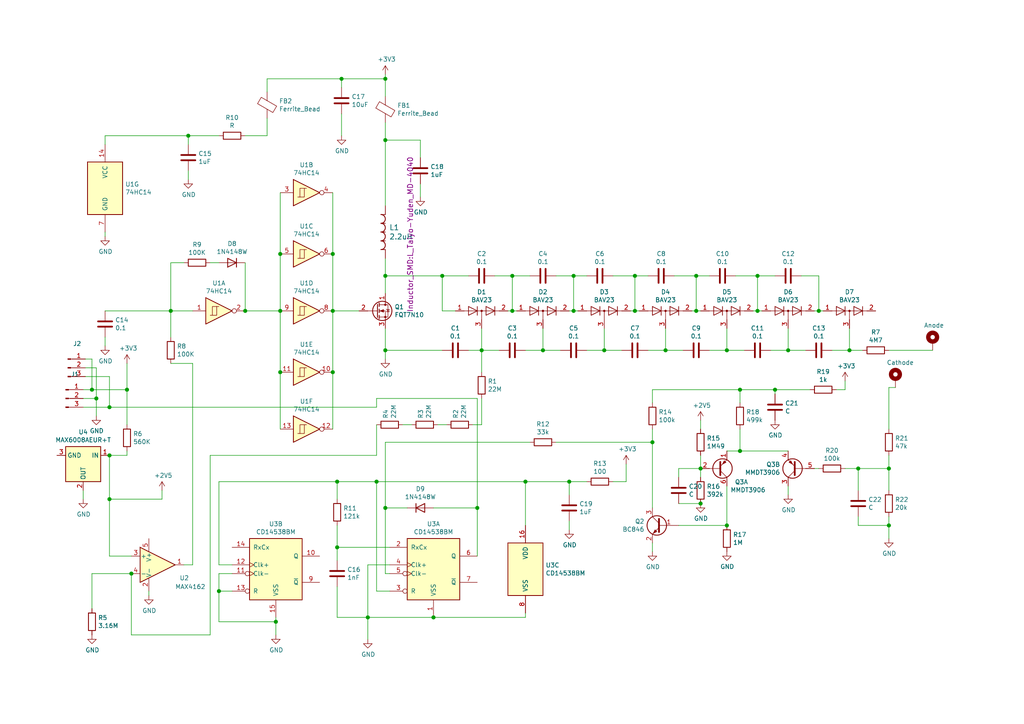
<source format=kicad_sch>
(kicad_sch (version 20201015) (generator eeschema)
  (paper "A4")
  (title_block (title "OpenRover") (date "2021-01-10") (rev "1") (company "SafeCast"))
  (lib_symbols
    (symbol "2021-01-06_02-33-04:NRS6020T2R2NMGJ" (pin_numbers hide) (pin_names (offset 1.651) hide)
      (property "Reference" "L" (at 6.985 5.08 0))
      (property "Value" "NRS6020T2R2NMGJ" (at 6.985 -5.715 0))
      (symbol "NRS6020T2R2NMGJ_1_1"
        (pin unspecified line (at 0 0 0) (length 2.54) (name "2") (number "2"))
        (pin unspecified line (at 15.24 0 180) (length 2.54) (name "1") (number "1"))
      )
    )
    (symbol "4xxx:4538" (pin_names (offset 1.016))
      (property "Reference" "U" (at -7.62 8.89 0))
      (property "Value" "4538" (at -7.62 -11.43 0))
      (symbol "4538_1_0"
        (pin power_in line (at 0 -15.24 90) (length 5.08) (name "VSS") (number "1"))
        (pin input line (at -12.7 5.08 0) (length 5.08) (name "RxCx") (number "2"))
        (pin input inverted (at -12.7 -7.62 0) (length 5.08) (name "R") (number "3"))
        (pin input clock (at -12.7 0 0) (length 5.08) (name "Clk+") (number "4"))
        (pin input inverted_clock (at -12.7 -2.54 0) (length 5.08) (name "Clk-") (number "5"))
        (pin output line (at 12.7 2.54 180) (length 5.08) (name "Q") (number "6"))
        (pin output line (at 12.7 -5.08 180) (length 5.08) (name "~Q") (number "7"))
      )
      (symbol "4538_2_0"
        (pin output line (at 12.7 2.54 180) (length 5.08) (name "Q") (number "10"))
        (pin input inverted_clock (at -12.7 -2.54 0) (length 5.08) (name "Clk-") (number "11"))
        (pin input clock (at -12.7 0 0) (length 5.08) (name "Clk+") (number "12"))
        (pin input inverted (at -12.7 -7.62 0) (length 5.08) (name "R") (number "13"))
        (pin input line (at -12.7 5.08 0) (length 5.08) (name "RxCx") (number "14"))
        (pin power_in line (at 0 -15.24 90) (length 5.08) (name "VSS") (number "15"))
        (pin output line (at 12.7 -5.08 180) (length 5.08) (name "~Q") (number "9"))
      )
      (symbol "4538_3_0"
        (pin power_in line (at 0 12.7 270) (length 5.08) (name "VDD") (number "16"))
        (pin power_in line (at 0 -12.7 90) (length 5.08) (name "VSS") (number "8"))
      )
    )
    (symbol "74xx:74HC14" (pin_names (offset 1.016))
      (property "Reference" "U" (at 0 1.27 0))
      (property "Value" "74HC14" (at 0 -1.27 0))
      (symbol "74HC14_1_0"
        (pin input line (at -7.62 0 0) (length 3.81) (name "~") (number "1"))
        (pin output inverted (at 7.62 0 180) (length 3.81) (name "~") (number "2"))
      )
      (symbol "74HC14_2_0"
        (pin input line (at -7.62 0 0) (length 3.81) (name "~") (number "3"))
        (pin output inverted (at 7.62 0 180) (length 3.81) (name "~") (number "4"))
      )
      (symbol "74HC14_3_0"
        (pin input line (at -7.62 0 0) (length 3.81) (name "~") (number "5"))
        (pin output inverted (at 7.62 0 180) (length 3.81) (name "~") (number "6"))
      )
      (symbol "74HC14_4_0"
        (pin output inverted (at 7.62 0 180) (length 3.81) (name "~") (number "8"))
        (pin input line (at -7.62 0 0) (length 3.81) (name "~") (number "9"))
      )
      (symbol "74HC14_5_0"
        (pin output inverted (at 7.62 0 180) (length 3.81) (name "~") (number "10"))
        (pin input line (at -7.62 0 0) (length 3.81) (name "~") (number "11"))
      )
      (symbol "74HC14_6_0"
        (pin output inverted (at 7.62 0 180) (length 3.81) (name "~") (number "12"))
        (pin input line (at -7.62 0 0) (length 3.81) (name "~") (number "13"))
      )
      (symbol "74HC14_7_0"
        (pin power_in line (at 0 12.7 270) (length 5.08) (name "VCC") (number "14"))
        (pin power_in line (at 0 -12.7 90) (length 5.08) (name "GND") (number "7"))
      )
    )
    (symbol "Amplifier_Operational:TLV2371DBV" (pin_names (offset 0.127))
      (property "Reference" "U" (at -1.27 6.35 0))
      (property "Value" "TLV2371DBV" (at -1.27 3.81 0))
      (symbol "TLV2371DBV_0_1"
        (pin power_in line (at -2.54 -7.62 90) (length 3.81) (name "V-") (number "2"))
        (pin power_in line (at -2.54 7.62 270) (length 3.81) (name "V+") (number "5"))
      )
      (symbol "TLV2371DBV_1_1"
        (pin output line (at 7.62 0 180) (length 2.54) (name "~") (number "1"))
        (pin input line (at -7.62 2.54 0) (length 2.54) (name "+") (number "3"))
        (pin input line (at -7.62 -2.54 0) (length 2.54) (name "-") (number "4"))
      )
    )
    (symbol "Connector:Conn_01x03_Male" (pin_names (offset 1.016) hide)
      (property "Reference" "J" (at 0 5.08 0))
      (property "Value" "Conn_01x03_Male" (at 0 -5.08 0))
      (symbol "Conn_01x03_Male_1_1"
        (pin passive line (at 5.08 2.54 180) (length 3.81) (name "Pin_1") (number "1"))
        (pin passive line (at 5.08 0 180) (length 3.81) (name "Pin_2") (number "2"))
        (pin passive line (at 5.08 -2.54 180) (length 3.81) (name "Pin_3") (number "3"))
      )
    )
    (symbol "Device:C" (pin_numbers hide) (pin_names (offset 0.254))
      (property "Reference" "C" (at 0.635 2.54 0))
      (property "Value" "C" (at 0.635 -2.54 0))
      (symbol "C_1_1"
        (pin passive line (at 0 3.81 270) (length 2.794) (name "~") (number "1"))
        (pin passive line (at 0 -3.81 90) (length 2.794) (name "~") (number "2"))
      )
    )
    (symbol "Device:Ferrite_Bead" (pin_numbers hide) (pin_names (offset 0))
      (property "Reference" "FB" (at -3.81 0.635 90))
      (property "Value" "Ferrite_Bead" (at 3.81 0 90))
      (symbol "Ferrite_Bead_1_1"
        (pin passive line (at 0 3.81 270) (length 2.54) (name "~") (number "1"))
        (pin passive line (at 0 -3.81 90) (length 2.54) (name "~") (number "2"))
      )
    )
    (symbol "Device:R" (pin_numbers hide) (pin_names (offset 0))
      (property "Reference" "R" (at 2.032 0 90))
      (property "Value" "R" (at 0 0 90))
      (symbol "R_1_1"
        (pin passive line (at 0 3.81 270) (length 1.27) (name "~") (number "1"))
        (pin passive line (at 0 -3.81 90) (length 1.27) (name "~") (number "2"))
      )
    )
    (symbol "Diode:1N4148W" (pin_numbers hide) (pin_names (offset 1.016) hide)
      (property "Reference" "D" (at 0 2.54 0))
      (property "Value" "1N4148W" (at 0 -2.54 0))
      (symbol "1N4148W_1_1"
        (pin passive line (at -3.81 0 0) (length 2.54) (name "K") (number "1"))
        (pin passive line (at 3.81 0 180) (length 2.54) (name "A") (number "2"))
      )
    )
    (symbol "Diode:BAV99" (pin_names hide)
      (property "Reference" "D" (at 0 5.08 0))
      (property "Value" "BAV99" (at 0 2.54 0))
      (symbol "BAV99_1_1"
        (pin passive line (at -7.62 0 0) (length 2.54) (name "K") (number "1"))
        (pin passive line (at 7.62 0 180) (length 2.54) (name "A") (number "2"))
        (pin passive line (at 0 -5.08 90) (length 2.54) (name "K") (number "3"))
      )
    )
    (symbol "Mechanical:MountingHole_Pad" (pin_numbers hide) (pin_names (offset 1.016) hide)
      (property "Reference" "H" (at 0 6.35 0))
      (property "Value" "MountingHole_Pad" (at 0 4.445 0))
      (symbol "MountingHole_Pad_1_1"
        (pin input line (at 0 -2.54 90) (length 2.54) (name "1") (number "1"))
      )
    )
    (symbol "Reference_Voltage:MAX6035xxUR30"
      (property "Reference" "U" (at 0 6.35 0))
      (property "Value" "MAX6035xxUR30" (at 2.54 -6.35 0))
      (symbol "MAX6035xxUR30_1_1"
        (pin power_in line (at -2.54 7.62 270) (length 2.54) (name "IN") (number "1"))
        (pin power_out line (at 7.62 0 180) (length 2.54) (name "OUT") (number "2"))
        (pin power_in line (at -2.54 -7.62 90) (length 2.54) (name "GND") (number "3"))
      )
    )
    (symbol "Transistor_BJT:BC846" (pin_names (offset 0) hide)
      (property "Reference" "Q" (at 5.08 1.905 0))
      (property "Value" "BC846" (at 5.08 0 0))
      (symbol "BC846_1_1"
        (pin input line (at -5.08 0 0) (length 5.715) (name "B") (number "1"))
        (pin passive line (at 2.54 -5.08 90) (length 2.54) (name "E") (number "2"))
        (pin passive line (at 2.54 5.08 270) (length 2.54) (name "C") (number "3"))
      )
    )
    (symbol "Transistor_BJT:MMDT3906" (pin_names (offset 0) hide)
      (property "Reference" "Q" (at 5.08 1.27 0))
      (property "Value" "MMDT3906" (at 5.08 -1.27 0))
      (symbol "MMDT3906_1_1"
        (pin passive line (at 2.54 -5.08 90) (length 2.54) (name "E1") (number "1"))
        (pin input line (at -5.08 0 0) (length 2.54) (name "B1") (number "2"))
        (pin passive line (at 2.54 5.08 270) (length 2.54) (name "C1") (number "6"))
      )
      (symbol "MMDT3906_2_1"
        (pin passive line (at 2.54 5.08 270) (length 2.54) (name "C2") (number "3"))
        (pin passive line (at 2.54 -5.08 90) (length 2.54) (name "E2") (number "4"))
        (pin input line (at -5.08 0 0) (length 2.54) (name "B2") (number "5"))
      )
    )
    (symbol "Transistor_FET:IRF6655" (pin_names hide)
      (property "Reference" "Q" (at 5.08 1.905 0))
      (property "Value" "IRF6655" (at 5.08 0 0))
      (symbol "IRF6655_1_1"
        (pin passive line (at 2.54 5.08 270) (length 2.54) (name "D") (number "1"))
        (pin input line (at -5.08 0 0) (length 2.54) (name "G") (number "2"))
        (pin passive line (at 2.54 -5.08 90) (length 2.54) (name "S") (number "3"))
      )
    )
    (symbol "power:+2V5" (power) (pin_names (offset 0))
      (property "Value" "+2V5" (at 0 3.556 0))
      (symbol "+2V5_1_1"
        (pin power_in line (at 0 0 90) (length 0) hide (name "+2V5") (number "1"))
      )
    )
    (symbol "power:+3.3V" (power) (pin_names (offset 0))
      (property "Value" "+3.3V" (at 0 3.556 0))
      (symbol "+3.3V_1_1"
        (pin power_in line (at 0 0 90) (length 0) hide (name "+3V3") (number "1"))
      )
    )
    (symbol "power:+3V3" (power) (pin_names (offset 0))
      (property "Value" "+3V3" (at 0 3.556 0))
      (symbol "+3V3_1_1"
        (pin power_in line (at 0 0 90) (length 0) hide (name "+3V3") (number "1"))
      )
    )
    (symbol "power:GND" (power) (pin_names (offset 0))
      (property "Value" "GND" (at 0 -3.81 0))
      (symbol "GND_1_1"
        (pin power_in line (at 0 0 270) (length 0) hide (name "GND") (number "1"))
      )
    )
  )
  (junction (at 26.67 113.03) (diameter 1.016))
  (junction (at 27.94 115.57) (diameter 1.016))
  (junction (at 31.75 118.11) (diameter 1.016))
  (junction (at 31.75 132.08) (diameter 1.016))
  (junction (at 31.75 144.78) (diameter 1.016))
  (junction (at 36.83 113.03) (diameter 1.016))
  (junction (at 38.1 166.37) (diameter 1.016))
  (junction (at 49.53 90.17) (diameter 1.016))
  (junction (at 54.61 39.37) (diameter 1.016))
  (junction (at 63.5 171.45) (diameter 1.016))
  (junction (at 71.12 90.17) (diameter 1.016))
  (junction (at 80.01 180.34) (diameter 1.016))
  (junction (at 81.28 73.66) (diameter 1.016))
  (junction (at 81.28 90.17) (diameter 1.016))
  (junction (at 81.28 107.95) (diameter 1.016))
  (junction (at 96.52 73.66) (diameter 1.016))
  (junction (at 96.52 90.17) (diameter 1.016))
  (junction (at 96.52 107.95) (diameter 1.016))
  (junction (at 97.79 139.7) (diameter 1.016))
  (junction (at 97.79 158.75) (diameter 1.016))
  (junction (at 99.06 22.86) (diameter 1.016))
  (junction (at 106.68 179.07) (diameter 1.016))
  (junction (at 109.22 139.7) (diameter 1.016))
  (junction (at 111.76 22.86) (diameter 1.016))
  (junction (at 111.76 40.64) (diameter 1.016))
  (junction (at 111.76 80.01) (diameter 1.016))
  (junction (at 111.76 101.6) (diameter 1.016))
  (junction (at 111.76 147.32) (diameter 1.016))
  (junction (at 125.73 179.07) (diameter 1.016))
  (junction (at 128.27 80.01) (diameter 1.016))
  (junction (at 138.43 147.32) (diameter 1.016))
  (junction (at 139.7 101.6) (diameter 1.016))
  (junction (at 148.59 80.01) (diameter 1.016))
  (junction (at 148.59 90.17) (diameter 1.016))
  (junction (at 152.4 139.7) (diameter 1.016))
  (junction (at 157.48 101.6) (diameter 1.016))
  (junction (at 165.1 139.7) (diameter 1.016))
  (junction (at 166.37 80.01) (diameter 1.016))
  (junction (at 166.37 90.17) (diameter 1.016))
  (junction (at 175.26 101.6) (diameter 1.016))
  (junction (at 184.15 80.01) (diameter 1.016))
  (junction (at 184.15 90.17) (diameter 1.016))
  (junction (at 189.23 128.27) (diameter 1.016))
  (junction (at 193.04 101.6) (diameter 1.016))
  (junction (at 201.93 80.01) (diameter 1.016))
  (junction (at 201.93 90.17) (diameter 1.016))
  (junction (at 203.2 135.89) (diameter 1.016))
  (junction (at 203.2 146.05) (diameter 1.016))
  (junction (at 210.82 101.6) (diameter 1.016))
  (junction (at 210.82 152.4) (diameter 1.016))
  (junction (at 214.63 113.03) (diameter 1.016))
  (junction (at 214.63 130.81) (diameter 1.016))
  (junction (at 219.71 80.01) (diameter 1.016))
  (junction (at 219.71 90.17) (diameter 1.016))
  (junction (at 224.79 113.03) (diameter 1.016))
  (junction (at 228.6 101.6) (diameter 1.016))
  (junction (at 237.49 90.17) (diameter 1.016))
  (junction (at 246.38 101.6) (diameter 1.016))
  (junction (at 248.92 135.89) (diameter 1.016))
  (junction (at 257.81 135.89) (diameter 1.016))
  (junction (at 257.81 152.4) (diameter 1.016))
  (wire (pts (xy 24.13 113.03) (xy 26.67 113.03)))
  (wire (pts (xy 24.13 115.57) (xy 27.94 115.57)))
  (wire (pts (xy 24.13 118.11) (xy 31.75 118.11)))
  (wire (pts (xy 24.13 144.78) (xy 24.13 142.24)))
  (wire (pts (xy 24.765 104.14) (xy 26.67 104.14)))
  (wire (pts (xy 24.765 109.22) (xy 31.75 109.22)))
  (wire (pts (xy 26.67 104.14) (xy 26.67 113.03)))
  (wire (pts (xy 26.67 113.03) (xy 36.83 113.03)))
  (wire (pts (xy 26.67 166.37) (xy 26.67 176.53)))
  (wire (pts (xy 27.94 106.68) (xy 24.765 106.68)))
  (wire (pts (xy 27.94 115.57) (xy 27.94 106.68)))
  (wire (pts (xy 27.94 115.57) (xy 27.94 120.65)))
  (wire (pts (xy 30.48 39.37) (xy 30.48 41.91)))
  (wire (pts (xy 30.48 67.31) (xy 30.48 68.58)))
  (wire (pts (xy 30.48 90.17) (xy 49.53 90.17)))
  (wire (pts (xy 30.48 97.79) (xy 30.48 100.33)))
  (wire (pts (xy 31.75 109.22) (xy 31.75 118.11)))
  (wire (pts (xy 31.75 118.11) (xy 109.22 118.11)))
  (wire (pts (xy 31.75 132.08) (xy 31.75 144.78)))
  (wire (pts (xy 31.75 144.78) (xy 31.75 161.29)))
  (wire (pts (xy 36.83 105.41) (xy 36.83 113.03)))
  (wire (pts (xy 36.83 113.03) (xy 36.83 123.19)))
  (wire (pts (xy 36.83 130.81) (xy 36.83 132.08)))
  (wire (pts (xy 36.83 132.08) (xy 31.75 132.08)))
  (wire (pts (xy 38.1 161.29) (xy 31.75 161.29)))
  (wire (pts (xy 38.1 166.37) (xy 26.67 166.37)))
  (wire (pts (xy 38.1 184.15) (xy 38.1 166.37)))
  (wire (pts (xy 43.18 172.72) (xy 43.18 171.45)))
  (wire (pts (xy 46.99 142.24) (xy 46.99 144.78)))
  (wire (pts (xy 46.99 144.78) (xy 31.75 144.78)))
  (wire (pts (xy 49.53 76.2) (xy 49.53 90.17)))
  (wire (pts (xy 49.53 76.2) (xy 53.34 76.2)))
  (wire (pts (xy 49.53 90.17) (xy 49.53 97.79)))
  (wire (pts (xy 49.53 90.17) (xy 55.88 90.17)))
  (wire (pts (xy 53.34 163.83) (xy 55.88 163.83)))
  (wire (pts (xy 54.61 39.37) (xy 30.48 39.37)))
  (wire (pts (xy 54.61 41.91) (xy 54.61 39.37)))
  (wire (pts (xy 54.61 52.07) (xy 54.61 49.53)))
  (wire (pts (xy 55.88 105.41) (xy 49.53 105.41)))
  (wire (pts (xy 55.88 163.83) (xy 55.88 105.41)))
  (wire (pts (xy 60.96 76.2) (xy 63.5 76.2)))
  (wire (pts (xy 60.96 132.08) (xy 60.96 184.15)))
  (wire (pts (xy 60.96 132.08) (xy 109.22 132.08)))
  (wire (pts (xy 60.96 184.15) (xy 38.1 184.15)))
  (wire (pts (xy 63.5 39.37) (xy 54.61 39.37)))
  (wire (pts (xy 63.5 139.7) (xy 63.5 163.83)))
  (wire (pts (xy 63.5 163.83) (xy 67.31 163.83)))
  (wire (pts (xy 63.5 166.37) (xy 63.5 171.45)))
  (wire (pts (xy 63.5 171.45) (xy 63.5 180.34)))
  (wire (pts (xy 63.5 180.34) (xy 80.01 180.34)))
  (wire (pts (xy 67.31 166.37) (xy 63.5 166.37)))
  (wire (pts (xy 67.31 171.45) (xy 63.5 171.45)))
  (wire (pts (xy 71.12 39.37) (xy 77.47 39.37)))
  (wire (pts (xy 71.12 76.2) (xy 71.12 90.17)))
  (wire (pts (xy 71.12 90.17) (xy 81.28 90.17)))
  (wire (pts (xy 77.47 22.86) (xy 99.06 22.86)))
  (wire (pts (xy 77.47 26.67) (xy 77.47 22.86)))
  (wire (pts (xy 77.47 39.37) (xy 77.47 34.29)))
  (wire (pts (xy 80.01 180.34) (xy 80.01 179.07)))
  (wire (pts (xy 80.01 184.15) (xy 80.01 180.34)))
  (wire (pts (xy 81.28 55.88) (xy 81.28 73.66)))
  (wire (pts (xy 81.28 73.66) (xy 81.28 90.17)))
  (wire (pts (xy 81.28 90.17) (xy 81.28 107.95)))
  (wire (pts (xy 81.28 107.95) (xy 81.28 124.46)))
  (wire (pts (xy 96.52 55.88) (xy 96.52 73.66)))
  (wire (pts (xy 96.52 73.66) (xy 96.52 90.17)))
  (wire (pts (xy 96.52 90.17) (xy 96.52 107.95)))
  (wire (pts (xy 96.52 90.17) (xy 104.14 90.17)))
  (wire (pts (xy 96.52 107.95) (xy 96.52 124.46)))
  (wire (pts (xy 97.79 139.7) (xy 63.5 139.7)))
  (wire (pts (xy 97.79 144.78) (xy 97.79 139.7)))
  (wire (pts (xy 97.79 152.4) (xy 97.79 158.75)))
  (wire (pts (xy 97.79 158.75) (xy 97.79 162.56)))
  (wire (pts (xy 97.79 170.18) (xy 97.79 179.07)))
  (wire (pts (xy 97.79 179.07) (xy 106.68 179.07)))
  (wire (pts (xy 99.06 22.86) (xy 111.76 22.86)))
  (wire (pts (xy 99.06 25.4) (xy 99.06 22.86)))
  (wire (pts (xy 99.06 33.02) (xy 99.06 39.37)))
  (wire (pts (xy 106.68 163.83) (xy 106.68 179.07)))
  (wire (pts (xy 106.68 179.07) (xy 106.68 185.42)))
  (wire (pts (xy 106.68 179.07) (xy 125.73 179.07)))
  (wire (pts (xy 109.22 115.57) (xy 138.43 115.57)))
  (wire (pts (xy 109.22 118.11) (xy 109.22 115.57)))
  (wire (pts (xy 109.22 132.08) (xy 109.22 123.19)))
  (wire (pts (xy 109.22 139.7) (xy 97.79 139.7)))
  (wire (pts (xy 109.22 139.7) (xy 152.4 139.7)))
  (wire (pts (xy 109.22 171.45) (xy 109.22 139.7)))
  (wire (pts (xy 111.76 22.86) (xy 111.76 21.59)))
  (wire (pts (xy 111.76 27.94) (xy 111.76 22.86)))
  (wire (pts (xy 111.76 35.56) (xy 111.76 40.64)))
  (wire (pts (xy 111.76 40.64) (xy 111.76 59.69)))
  (wire (pts (xy 111.76 74.93) (xy 111.76 80.01)))
  (wire (pts (xy 111.76 80.01) (xy 128.27 80.01)))
  (wire (pts (xy 111.76 85.09) (xy 111.76 80.01)))
  (wire (pts (xy 111.76 95.25) (xy 111.76 101.6)))
  (wire (pts (xy 111.76 101.6) (xy 128.27 101.6)))
  (wire (pts (xy 111.76 104.14) (xy 111.76 101.6)))
  (wire (pts (xy 111.76 128.27) (xy 153.67 128.27)))
  (wire (pts (xy 111.76 147.32) (xy 111.76 128.27)))
  (wire (pts (xy 111.76 147.32) (xy 118.11 147.32)))
  (wire (pts (xy 111.76 166.37) (xy 111.76 147.32)))
  (wire (pts (xy 113.03 158.75) (xy 97.79 158.75)))
  (wire (pts (xy 113.03 163.83) (xy 106.68 163.83)))
  (wire (pts (xy 113.03 166.37) (xy 111.76 166.37)))
  (wire (pts (xy 113.03 171.45) (xy 109.22 171.45)))
  (wire (pts (xy 116.84 123.19) (xy 119.38 123.19)))
  (wire (pts (xy 121.92 40.64) (xy 111.76 40.64)))
  (wire (pts (xy 121.92 45.72) (xy 121.92 40.64)))
  (wire (pts (xy 121.92 57.15) (xy 121.92 53.34)))
  (wire (pts (xy 125.73 147.32) (xy 138.43 147.32)))
  (wire (pts (xy 125.73 179.07) (xy 152.4 179.07)))
  (wire (pts (xy 127 123.19) (xy 129.54 123.19)))
  (wire (pts (xy 128.27 80.01) (xy 128.27 90.17)))
  (wire (pts (xy 132.08 90.17) (xy 128.27 90.17)))
  (wire (pts (xy 135.89 80.01) (xy 128.27 80.01)))
  (wire (pts (xy 135.89 101.6) (xy 139.7 101.6)))
  (wire (pts (xy 137.16 123.19) (xy 139.7 123.19)))
  (wire (pts (xy 138.43 115.57) (xy 138.43 147.32)))
  (wire (pts (xy 138.43 147.32) (xy 138.43 161.29)))
  (wire (pts (xy 139.7 95.25) (xy 139.7 101.6)))
  (wire (pts (xy 139.7 101.6) (xy 144.78 101.6)))
  (wire (pts (xy 139.7 107.95) (xy 139.7 101.6)))
  (wire (pts (xy 139.7 115.57) (xy 139.7 123.19)))
  (wire (pts (xy 147.32 90.17) (xy 148.59 90.17)))
  (wire (pts (xy 148.59 80.01) (xy 143.51 80.01)))
  (wire (pts (xy 148.59 90.17) (xy 148.59 80.01)))
  (wire (pts (xy 148.59 90.17) (xy 149.86 90.17)))
  (wire (pts (xy 152.4 101.6) (xy 157.48 101.6)))
  (wire (pts (xy 152.4 139.7) (xy 165.1 139.7)))
  (wire (pts (xy 152.4 152.4) (xy 152.4 139.7)))
  (wire (pts (xy 152.4 179.07) (xy 152.4 177.8)))
  (wire (pts (xy 153.67 80.01) (xy 148.59 80.01)))
  (wire (pts (xy 157.48 95.25) (xy 157.48 101.6)))
  (wire (pts (xy 157.48 101.6) (xy 162.56 101.6)))
  (wire (pts (xy 161.29 80.01) (xy 166.37 80.01)))
  (wire (pts (xy 161.29 128.27) (xy 189.23 128.27)))
  (wire (pts (xy 165.1 90.17) (xy 166.37 90.17)))
  (wire (pts (xy 165.1 139.7) (xy 170.18 139.7)))
  (wire (pts (xy 165.1 143.51) (xy 165.1 139.7)))
  (wire (pts (xy 165.1 151.13) (xy 165.1 153.67)))
  (wire (pts (xy 166.37 80.01) (xy 170.18 80.01)))
  (wire (pts (xy 166.37 90.17) (xy 166.37 80.01)))
  (wire (pts (xy 166.37 90.17) (xy 167.64 90.17)))
  (wire (pts (xy 170.18 101.6) (xy 175.26 101.6)))
  (wire (pts (xy 175.26 95.25) (xy 175.26 101.6)))
  (wire (pts (xy 175.26 101.6) (xy 180.34 101.6)))
  (wire (pts (xy 177.8 80.01) (xy 184.15 80.01)))
  (wire (pts (xy 177.8 139.7) (xy 181.61 139.7)))
  (wire (pts (xy 181.61 139.7) (xy 181.61 134.62)))
  (wire (pts (xy 182.88 90.17) (xy 184.15 90.17)))
  (wire (pts (xy 184.15 80.01) (xy 187.96 80.01)))
  (wire (pts (xy 184.15 90.17) (xy 184.15 80.01)))
  (wire (pts (xy 184.15 90.17) (xy 185.42 90.17)))
  (wire (pts (xy 187.96 101.6) (xy 193.04 101.6)))
  (wire (pts (xy 189.23 113.03) (xy 189.23 116.84)))
  (wire (pts (xy 189.23 113.03) (xy 214.63 113.03)))
  (wire (pts (xy 189.23 124.46) (xy 189.23 128.27)))
  (wire (pts (xy 189.23 128.27) (xy 189.23 147.32)))
  (wire (pts (xy 189.23 160.02) (xy 189.23 157.48)))
  (wire (pts (xy 193.04 95.25) (xy 193.04 101.6)))
  (wire (pts (xy 193.04 101.6) (xy 198.12 101.6)))
  (wire (pts (xy 195.58 80.01) (xy 201.93 80.01)))
  (wire (pts (xy 196.85 135.89) (xy 203.2 135.89)))
  (wire (pts (xy 196.85 138.43) (xy 196.85 135.89)))
  (wire (pts (xy 196.85 146.05) (xy 203.2 146.05)))
  (wire (pts (xy 196.85 152.4) (xy 210.82 152.4)))
  (wire (pts (xy 200.66 90.17) (xy 201.93 90.17)))
  (wire (pts (xy 201.93 80.01) (xy 205.74 80.01)))
  (wire (pts (xy 201.93 90.17) (xy 201.93 80.01)))
  (wire (pts (xy 201.93 90.17) (xy 203.2 90.17)))
  (wire (pts (xy 203.2 121.92) (xy 203.2 124.46)))
  (wire (pts (xy 203.2 132.08) (xy 203.2 135.89)))
  (wire (pts (xy 203.2 135.89) (xy 203.2 138.43)))
  (wire (pts (xy 205.74 101.6) (xy 210.82 101.6)))
  (wire (pts (xy 210.82 95.25) (xy 210.82 101.6)))
  (wire (pts (xy 210.82 101.6) (xy 215.9 101.6)))
  (wire (pts (xy 210.82 130.81) (xy 214.63 130.81)))
  (wire (pts (xy 210.82 140.97) (xy 210.82 152.4)))
  (wire (pts (xy 213.36 80.01) (xy 219.71 80.01)))
  (wire (pts (xy 214.63 113.03) (xy 214.63 116.84)))
  (wire (pts (xy 214.63 113.03) (xy 224.79 113.03)))
  (wire (pts (xy 214.63 124.46) (xy 214.63 130.81)))
  (wire (pts (xy 214.63 130.81) (xy 228.6 130.81)))
  (wire (pts (xy 218.44 90.17) (xy 219.71 90.17)))
  (wire (pts (xy 219.71 80.01) (xy 224.79 80.01)))
  (wire (pts (xy 219.71 90.17) (xy 219.71 80.01)))
  (wire (pts (xy 219.71 90.17) (xy 220.98 90.17)))
  (wire (pts (xy 223.52 101.6) (xy 228.6 101.6)))
  (wire (pts (xy 224.79 113.03) (xy 224.79 114.3)))
  (wire (pts (xy 224.79 113.03) (xy 234.95 113.03)))
  (wire (pts (xy 228.6 95.25) (xy 228.6 101.6)))
  (wire (pts (xy 228.6 101.6) (xy 233.68 101.6)))
  (wire (pts (xy 228.6 143.51) (xy 228.6 140.97)))
  (wire (pts (xy 232.41 80.01) (xy 237.49 80.01)))
  (wire (pts (xy 236.22 90.17) (xy 237.49 90.17)))
  (wire (pts (xy 236.22 135.89) (xy 237.49 135.89)))
  (wire (pts (xy 237.49 80.01) (xy 237.49 90.17)))
  (wire (pts (xy 237.49 90.17) (xy 238.76 90.17)))
  (wire (pts (xy 241.3 101.6) (xy 246.38 101.6)))
  (wire (pts (xy 242.57 113.03) (xy 245.11 113.03)))
  (wire (pts (xy 245.11 113.03) (xy 245.11 110.49)))
  (wire (pts (xy 245.11 135.89) (xy 248.92 135.89)))
  (wire (pts (xy 246.38 95.25) (xy 246.38 101.6)))
  (wire (pts (xy 246.38 101.6) (xy 250.19 101.6)))
  (wire (pts (xy 248.92 135.89) (xy 248.92 142.24)))
  (wire (pts (xy 248.92 135.89) (xy 257.81 135.89)))
  (wire (pts (xy 248.92 149.86) (xy 248.92 152.4)))
  (wire (pts (xy 248.92 152.4) (xy 257.81 152.4)))
  (wire (pts (xy 257.81 101.6) (xy 270.51 101.6)))
  (wire (pts (xy 257.81 112.395) (xy 259.715 112.395)))
  (wire (pts (xy 257.81 124.46) (xy 257.81 112.395)))
  (wire (pts (xy 257.81 132.08) (xy 257.81 135.89)))
  (wire (pts (xy 257.81 135.89) (xy 257.81 142.24)))
  (wire (pts (xy 257.81 149.86) (xy 257.81 152.4)))
  (wire (pts (xy 257.81 152.4) (xy 257.81 156.21)))
  (symbol (lib_id "power:+3.3V") (at 36.83 105.41 0) (unit 1)
    (property "Reference" "#PWR06" (effects hide))
    (property "Value" "+3.3V" (at 37.211 101.0158 0))
  )
  (symbol (lib_id "power:+2V5") (at 46.99 142.24 0) (unit 1)
    (property "Reference" "#PWR019" (effects hide))
    (property "Value" "+2V5" (at 47.3583 137.9156 0))
  )
  (symbol (lib_id "power:+3.3V") (at 111.76 21.59 0) (unit 1)
    (property "Reference" "#PWR012" (effects hide))
    (property "Value" "+3.3V" (at 112.141 17.1958 0))
  )
  (symbol (lib_id "power:+3.3V") (at 181.61 134.62 0) (unit 1)
    (property "Reference" "#PWR016" (effects hide))
    (property "Value" "+3.3V" (at 181.991 130.2258 0))
  )
  (symbol (lib_id "power:+2V5") (at 203.2 121.92 0) (unit 1)
    (property "Reference" "#PWR020" (effects hide))
    (property "Value" "+2V5" (at 203.5683 117.5956 0))
  )
  (symbol (lib_id "power:+3V3") (at 245.11 110.49 0) (unit 1)
    (property "Reference" "#PWR024" (effects hide))
    (property "Value" "+3V3" (at 245.4783 106.1656 0))
  )
  (symbol (lib_id "power:GND") (at 24.13 144.78 0) (unit 1)
    (property "Reference" "#PWR01" (effects hide))
    (property "Value" "GND" (at 24.257 149.1742 0))
  )
  (symbol (lib_id "power:GND") (at 26.67 184.15 0) (unit 1)
    (property "Reference" "#PWR02" (effects hide))
    (property "Value" "GND" (at 26.797 188.5442 0))
  )
  (symbol (lib_id "power:GND") (at 27.94 120.65 0) (unit 1)
    (property "Reference" "#PWR03" (effects hide))
    (property "Value" "GND" (at 28.0543 124.9744 0))
  )
  (symbol (lib_id "power:GND") (at 30.48 68.58 0) (unit 1)
    (property "Reference" "#PWR04" (effects hide))
    (property "Value" "GND" (at 30.607 72.9742 0))
  )
  (symbol (lib_id "power:GND") (at 30.48 100.33 0) (unit 1)
    (property "Reference" "#PWR05" (effects hide))
    (property "Value" "GND" (at 30.607 104.7242 0))
  )
  (symbol (lib_id "power:GND") (at 43.18 172.72 0) (unit 1)
    (property "Reference" "#PWR07" (effects hide))
    (property "Value" "GND" (at 43.307 177.1142 0))
  )
  (symbol (lib_id "power:GND") (at 54.61 52.07 0) (unit 1)
    (property "Reference" "#PWR08" (effects hide))
    (property "Value" "GND" (at 54.737 56.4642 0))
  )
  (symbol (lib_id "power:GND") (at 80.01 184.15 0) (unit 1)
    (property "Reference" "#PWR09" (effects hide))
    (property "Value" "GND" (at 80.137 188.5442 0))
  )
  (symbol (lib_id "power:GND") (at 99.06 39.37 0) (unit 1)
    (property "Reference" "#PWR010" (effects hide))
    (property "Value" "GND" (at 99.187 43.7642 0))
  )
  (symbol (lib_id "power:GND") (at 106.68 185.42 0) (unit 1)
    (property "Reference" "#PWR011" (effects hide))
    (property "Value" "GND" (at 106.807 189.8142 0))
  )
  (symbol (lib_id "power:GND") (at 111.76 104.14 0) (unit 1)
    (property "Reference" "#PWR013" (effects hide))
    (property "Value" "GND" (at 111.887 108.5342 0))
  )
  (symbol (lib_id "power:GND") (at 121.92 57.15 0) (unit 1)
    (property "Reference" "#PWR014" (effects hide))
    (property "Value" "GND" (at 122.047 61.5442 0))
  )
  (symbol (lib_id "power:GND") (at 165.1 153.67 0) (unit 1)
    (property "Reference" "#PWR015" (effects hide))
    (property "Value" "GND" (at 165.227 158.0642 0))
  )
  (symbol (lib_id "power:GND") (at 189.23 160.02 0) (unit 1)
    (property "Reference" "#PWR017" (effects hide))
    (property "Value" "GND" (at 189.357 164.4142 0))
  )
  (symbol (lib_id "power:GND") (at 203.2 146.05 0) (unit 1)
    (property "Reference" "#PWR021" (effects hide))
    (property "Value" "GND" (at 203.3143 150.3744 0))
  )
  (symbol (lib_id "power:GND") (at 210.82 160.02 0) (unit 1)
    (property "Reference" "#PWR022" (effects hide))
    (property "Value" "GND" (at 210.9343 164.3444 0))
  )
  (symbol (lib_id "power:GND") (at 224.79 121.92 0) (unit 1)
    (property "Reference" "#PWR023" (effects hide))
    (property "Value" "GND" (at 224.9043 126.2444 0))
  )
  (symbol (lib_id "power:GND") (at 228.6 143.51 0) (unit 1)
    (property "Reference" "#PWR018" (effects hide))
    (property "Value" "GND" (at 228.727 147.9042 0))
  )
  (symbol (lib_id "power:GND") (at 257.81 156.21 0) (unit 1)
    (property "Reference" "#PWR025" (effects hide))
    (property "Value" "GND" (at 257.9243 160.5344 0))
  )
  (symbol (lib_id "Device:R") (at 26.67 180.34 0) (unit 1)
    (property "Reference" "R5" (at 28.448 179.1716 0) (effects (justify left)))
    (property "Value" "3.16M" (at 28.448 181.483 0) (effects (justify left)))
    (property "Footprint" "Resistor_SMD:R_0805_2012Metric" (effects hide))
  )
  (symbol (lib_id "Device:R") (at 36.83 127 0) (unit 1)
    (property "Reference" "R6" (at 38.608 125.8316 0) (effects (justify left)))
    (property "Value" "560K" (at 38.608 128.143 0) (effects (justify left)))
    (property "Footprint" "Resistor_SMD:R_0805_2012Metric" (effects hide))
  )
  (symbol (lib_id "Device:R") (at 49.53 101.6 0) (unit 1)
    (property "Reference" "R8" (at 51.308 100.4316 0) (effects (justify left)))
    (property "Value" "100K" (at 51.308 102.743 0) (effects (justify left)))
    (property "Footprint" "Resistor_SMD:R_0805_2012Metric" (effects hide))
  )
  (symbol (lib_id "Device:R") (at 57.15 76.2 90) (unit 1)
    (property "Reference" "R9" (at 57.15 70.9422 90))
    (property "Value" "100K" (at 57.15 73.2536 90))
    (property "Footprint" "Resistor_SMD:R_0805_2012Metric" (effects hide))
  )
  (symbol (lib_id "Device:R") (at 67.31 39.37 90) (unit 1)
    (property "Reference" "R10" (at 67.31 34.1122 90))
    (property "Value" "R" (at 67.31 36.4236 90))
    (property "Footprint" "Resistor_SMD:R_0805_2012Metric" (effects hide))
  )
  (symbol (lib_id "Device:R") (at 97.79 148.59 0) (unit 1)
    (property "Reference" "R11" (at 99.568 147.4216 0) (effects (justify left)))
    (property "Value" "121k" (at 99.568 149.733 0) (effects (justify left)))
    (property "Footprint" "Resistor_SMD:R_0805_2012Metric" (effects hide))
  )
  (symbol (lib_id "Device:R") (at 113.03 123.19 90) (unit 1)
    (property "Reference" "R4" (at 111.8616 121.412 0) (effects (justify left)))
    (property "Value" "22M" (at 114.173 121.412 0) (effects (justify left)))
    (property "Footprint" "Resistor_SMD:R_0805_2012Metric" (effects hide))
  )
  (symbol (lib_id "Device:R") (at 123.19 123.19 90) (unit 1)
    (property "Reference" "R3" (at 122.0216 121.412 0) (effects (justify left)))
    (property "Value" "22M" (at 124.333 121.412 0) (effects (justify left)))
    (property "Footprint" "Resistor_SMD:R_0805_2012Metric" (effects hide))
  )
  (symbol (lib_id "Device:R") (at 133.35 123.19 90) (unit 1)
    (property "Reference" "R2" (at 132.1816 121.412 0) (effects (justify left)))
    (property "Value" "22M" (at 134.493 121.412 0) (effects (justify left)))
    (property "Footprint" "Resistor_SMD:R_0805_2012Metric" (effects hide))
  )
  (symbol (lib_id "Device:R") (at 139.7 111.76 0) (unit 1)
    (property "Reference" "R1" (at 141.478 110.5916 0) (effects (justify left)))
    (property "Value" "22M" (at 141.478 112.903 0) (effects (justify left)))
    (property "Footprint" "Resistor_SMD:R_0805_2012Metric" (effects hide))
  )
  (symbol (lib_id "Device:R") (at 157.48 128.27 90) (unit 1)
    (property "Reference" "R12" (at 157.48 123.0122 90))
    (property "Value" "33k" (at 157.48 125.3236 90))
    (property "Footprint" "Resistor_SMD:R_0805_2012Metric" (effects hide))
  )
  (symbol (lib_id "Device:R") (at 173.99 139.7 270) (unit 1)
    (property "Reference" "R13" (at 173.99 134.4422 90))
    (property "Value" "100" (at 173.99 136.7536 90))
    (property "Footprint" "Resistor_SMD:R_0805_2012Metric" (effects hide))
  )
  (symbol (lib_id "Device:R") (at 189.23 120.65 0) (unit 1)
    (property "Reference" "R14" (at 191.0081 119.5006 0) (effects (justify left)))
    (property "Value" "100k" (at 191.008 121.799 0) (effects (justify left)))
    (property "Footprint" "Resistor_SMD:R_0805_2012Metric" (effects hide))
  )
  (symbol (lib_id "Device:R") (at 203.2 128.27 0) (unit 1)
    (property "Reference" "R15" (at 204.9781 127.1206 0) (effects (justify left)))
    (property "Value" "1M49" (at 204.978 129.419 0) (effects (justify left)))
    (property "Footprint" "Resistor_SMD:R_0805_2012Metric" (effects hide))
  )
  (symbol (lib_id "Device:R") (at 203.2 142.24 0) (unit 1)
    (property "Reference" "R16" (at 204.9781 141.0906 0) (effects (justify left)))
    (property "Value" "392k" (at 204.978 143.389 0) (effects (justify left)))
    (property "Footprint" "Resistor_SMD:R_0805_2012Metric" (effects hide))
  )
  (symbol (lib_id "Device:R") (at 210.82 156.21 0) (unit 1)
    (property "Reference" "R17" (at 212.5981 155.0606 0) (effects (justify left)))
    (property "Value" "1M" (at 212.598 157.359 0) (effects (justify left)))
    (property "Footprint" "Resistor_SMD:R_0805_2012Metric" (effects hide))
  )
  (symbol (lib_id "Device:R") (at 214.63 120.65 0) (unit 1)
    (property "Reference" "R18" (at 216.4081 119.5006 0) (effects (justify left)))
    (property "Value" "499k" (at 216.408 121.799 0) (effects (justify left)))
    (property "Footprint" "Resistor_SMD:R_0805_2012Metric" (effects hide))
  )
  (symbol (lib_id "Device:R") (at 238.76 113.03 90) (unit 1)
    (property "Reference" "R19" (at 238.76 107.8038 90))
    (property "Value" "1k" (at 238.76 110.102 90))
    (property "Footprint" "Resistor_SMD:R_0805_2012Metric" (effects hide))
  )
  (symbol (lib_id "Device:R") (at 241.3 135.89 90) (unit 1)
    (property "Reference" "R20" (at 241.3 130.6638 90))
    (property "Value" "100k" (at 241.3 132.963 90))
    (property "Footprint" "Resistor_SMD:R_0805_2012Metric" (effects hide))
  )
  (symbol (lib_id "Device:R") (at 254 101.6 90) (unit 1)
    (property "Reference" "R7" (at 254 96.3422 90))
    (property "Value" "4M7" (at 254 98.6536 90))
    (property "Footprint" "Resistor_SMD:R_1206_3216Metric" (effects hide))
  )
  (symbol (lib_id "Device:R") (at 257.81 128.27 0) (unit 1)
    (property "Reference" "R21" (at 259.5881 127.1206 0) (effects (justify left)))
    (property "Value" "47k" (at 259.588 129.419 0) (effects (justify left)))
    (property "Footprint" "Resistor_SMD:R_0805_2012Metric" (effects hide))
  )
  (symbol (lib_id "Device:R") (at 257.81 146.05 0) (unit 1)
    (property "Reference" "R22" (at 259.5881 144.9006 0) (effects (justify left)))
    (property "Value" "20k" (at 259.588 147.199 0) (effects (justify left)))
    (property "Footprint" "Resistor_SMD:R_0805_2012Metric" (effects hide))
  )
  (symbol (lib_id "Mechanical:MountingHole_Pad") (at 259.715 109.855 0) (unit 1)
    (property "Reference" "H2" (effects hide))
    (property "Value" "Cathode" (at 257.175 105.162 0) (effects (justify left)))
    (property "Footprint" "TestPoint:TestPoint_Loop_D3.80mm_Drill2.0mm" (effects hide))
  )
  (symbol (lib_id "Mechanical:MountingHole_Pad") (at 270.51 99.06 0) (unit 1)
    (property "Reference" "H5" (effects hide))
    (property "Value" "Anode" (at 267.97 94.367 0) (effects (justify left)))
    (property "Footprint" "TestPoint:TestPoint_Loop_D3.80mm_Drill2.0mm" (effects hide))
  )
  (symbol (lib_id "Diode:1N4148W") (at 67.31 76.2 180) (unit 1)
    (property "Reference" "D8" (at 67.31 70.6882 0))
    (property "Value" "1N4148W" (at 67.31 72.9996 0))
    (property "Footprint" "Diode_SMD:D_SOD-123" (effects hide))
    (property "Datasheet" "https://www.vishay.com/docs/85748/1n4148w.pdf" (effects hide))
  )
  (symbol (lib_id "Diode:1N4148W") (at 121.92 147.32 0) (unit 1)
    (property "Reference" "D9" (at 121.92 141.8082 0))
    (property "Value" "1N4148W" (at 121.92 144.1196 0))
    (property "Footprint" "Diode_SMD:D_SOD-123" (effects hide))
    (property "Datasheet" "https://www.vishay.com/docs/85748/1n4148w.pdf" (effects hide))
  )
  (symbol (lib_id "2021-01-06_02-33-04:NRS6020T2R2NMGJ") (at 111.76 74.93 90) (unit 1)
    (property "Reference" "L1" (at 112.8776 65.9638 90) (effects (font (size 1.524 1.524)) (justify right)))
    (property "Value" "2.2uH" (at 112.8776 68.6562 90) (effects (font (size 1.524 1.524)) (justify right)))
    (property "Footprint" "Inductor_SMD:L_Taiyo-Yuden_MD-4040" (at 118.999 67.945 0) (effects (font (size 1.524 1.524))))
  )
  (symbol (lib_id "Device:C") (at 30.48 93.98 0) (unit 1)
    (property "Reference" "C14" (at 33.401 92.8116 0) (effects (justify left)))
    (property "Value" "0.1" (at 33.401 95.123 0) (effects (justify left)))
    (property "Footprint" "Capacitor_SMD:C_0805_2012Metric" (effects hide))
  )
  (symbol (lib_id "Device:C") (at 54.61 45.72 0) (unit 1)
    (property "Reference" "C15" (at 57.531 44.5516 0) (effects (justify left)))
    (property "Value" "1uF" (at 57.531 46.863 0) (effects (justify left)))
    (property "Footprint" "Capacitor_SMD:C_0805_2012Metric" (effects hide))
  )
  (symbol (lib_id "Device:C") (at 97.79 166.37 0) (unit 1)
    (property "Reference" "C16" (at 100.711 165.2016 0) (effects (justify left)))
    (property "Value" "1nF" (at 100.711 167.513 0) (effects (justify left)))
    (property "Footprint" "Capacitor_SMD:C_0805_2012Metric" (effects hide))
  )
  (symbol (lib_id "Device:C") (at 99.06 29.21 0) (unit 1)
    (property "Reference" "C17" (at 101.981 28.0416 0) (effects (justify left)))
    (property "Value" "10uF" (at 101.981 30.353 0) (effects (justify left)))
    (property "Footprint" "Capacitor_SMD:C_1210_3225Metric" (effects hide))
  )
  (symbol (lib_id "Device:C") (at 121.92 49.53 0) (unit 1)
    (property "Reference" "C18" (at 124.841 48.3616 0) (effects (justify left)))
    (property "Value" "1uF" (at 124.841 50.673 0) (effects (justify left)))
    (property "Footprint" "Capacitor_SMD:C_0805_2012Metric" (effects hide))
  )
  (symbol (lib_id "Device:C") (at 132.08 101.6 90) (unit 1)
    (property "Reference" "C1" (at 132.08 95.1992 90))
    (property "Value" "0.1" (at 132.08 97.5106 90))
    (property "Footprint" "Resistor_SMD:R_0805_2012Metric" (effects hide))
  )
  (symbol (lib_id "Device:C") (at 139.7 80.01 90) (unit 1)
    (property "Reference" "C2" (at 139.7 73.6092 90))
    (property "Value" "0.1" (at 139.7 75.9206 90))
    (property "Footprint" "Resistor_SMD:R_0805_2012Metric" (effects hide))
  )
  (symbol (lib_id "Device:C") (at 148.59 101.6 90) (unit 1)
    (property "Reference" "C3" (at 148.59 95.1992 90))
    (property "Value" "0.1" (at 148.59 97.5106 90))
    (property "Footprint" "Resistor_SMD:R_0805_2012Metric" (effects hide))
  )
  (symbol (lib_id "Device:C") (at 157.48 80.01 90) (unit 1)
    (property "Reference" "C4" (at 157.48 73.6092 90))
    (property "Value" "0.1" (at 157.48 75.9206 90))
    (property "Footprint" "Resistor_SMD:R_0805_2012Metric" (effects hide))
  )
  (symbol (lib_id "Device:C") (at 165.1 147.32 0) (unit 1)
    (property "Reference" "C19" (at 168.021 146.1516 0) (effects (justify left)))
    (property "Value" "1uF" (at 168.021 148.463 0) (effects (justify left)))
    (property "Footprint" "Capacitor_SMD:C_0805_2012Metric" (effects hide))
  )
  (symbol (lib_id "Device:C") (at 166.37 101.6 90) (unit 1)
    (property "Reference" "C5" (at 166.37 95.1992 90))
    (property "Value" "0.1" (at 166.37 97.5106 90))
    (property "Footprint" "Resistor_SMD:R_0805_2012Metric" (effects hide))
  )
  (symbol (lib_id "Device:C") (at 173.99 80.01 90) (unit 1)
    (property "Reference" "C6" (at 173.99 73.6092 90))
    (property "Value" "0.1" (at 173.99 75.9206 90))
    (property "Footprint" "Resistor_SMD:R_0805_2012Metric" (effects hide))
  )
  (symbol (lib_id "Device:C") (at 184.15 101.6 90) (unit 1)
    (property "Reference" "C7" (at 184.15 95.1992 90))
    (property "Value" "0.1" (at 184.15 97.5106 90))
    (property "Footprint" "Resistor_SMD:R_0805_2012Metric" (effects hide))
  )
  (symbol (lib_id "Device:C") (at 191.77 80.01 90) (unit 1)
    (property "Reference" "C8" (at 191.77 73.6092 90))
    (property "Value" "0.1" (at 191.77 75.9206 90))
    (property "Footprint" "Resistor_SMD:R_0805_2012Metric" (effects hide))
  )
  (symbol (lib_id "Device:C") (at 196.85 142.24 0) (unit 1)
    (property "Reference" "C20" (at 199.7711 141.0906 0) (effects (justify left)))
    (property "Value" "C" (at 199.7711 143.3893 0) (effects (justify left)))
    (property "Footprint" "Capacitor_SMD:C_0805_2012Metric" (effects hide))
  )
  (symbol (lib_id "Device:C") (at 201.93 101.6 90) (unit 1)
    (property "Reference" "C9" (at 201.93 95.1992 90))
    (property "Value" "0.1" (at 201.93 97.5106 90))
    (property "Footprint" "Resistor_SMD:R_0805_2012Metric" (effects hide))
  )
  (symbol (lib_id "Device:C") (at 209.55 80.01 90) (unit 1)
    (property "Reference" "C10" (at 209.55 73.6092 90))
    (property "Value" "0.1" (at 209.55 75.9206 90))
    (property "Footprint" "Resistor_SMD:R_0805_2012Metric" (effects hide))
  )
  (symbol (lib_id "Device:C") (at 219.71 101.6 90) (unit 1)
    (property "Reference" "C11" (at 219.71 95.1992 90))
    (property "Value" "0.1" (at 219.71 97.5106 90))
    (property "Footprint" "Resistor_SMD:R_0805_2012Metric" (effects hide))
  )
  (symbol (lib_id "Device:C") (at 224.79 118.11 0) (unit 1)
    (property "Reference" "C21" (at 227.7111 116.9606 0) (effects (justify left)))
    (property "Value" "C" (at 227.7111 119.2593 0) (effects (justify left)))
    (property "Footprint" "Capacitor_SMD:C_0805_2012Metric" (effects hide))
  )
  (symbol (lib_id "Device:C") (at 228.6 80.01 90) (unit 1)
    (property "Reference" "C12" (at 228.6 73.6092 90))
    (property "Value" "0.1" (at 228.6 75.9206 90))
    (property "Footprint" "Resistor_SMD:R_0805_2012Metric" (effects hide))
  )
  (symbol (lib_id "Device:C") (at 237.49 101.6 90) (unit 1)
    (property "Reference" "C13" (at 237.49 95.1992 90))
    (property "Value" "0.1" (at 237.49 97.5106 90))
    (property "Footprint" "Resistor_SMD:R_0805_2012Metric" (effects hide))
  )
  (symbol (lib_id "Device:C") (at 248.92 146.05 0) (unit 1)
    (property "Reference" "C22" (at 251.8411 144.9006 0) (effects (justify left)))
    (property "Value" "C" (at 251.8411 147.1993 0) (effects (justify left)))
    (property "Footprint" "Capacitor_SMD:C_0805_2012Metric" (effects hide))
  )
  (symbol (lib_id "Connector:Conn_01x03_Male") (at 19.05 115.57 0) (unit 1)
    (property "Reference" "J1" (at 21.7424 108.5658 0))
    (property "Value" "Conn_01x03_Male" (effects hide))
    (property "Footprint" "Connector_PinHeader_2.54mm:PinHeader_1x03_P2.54mm_Vertical" (effects hide))
  )
  (symbol (lib_id "Connector:Conn_01x03_Male") (at 19.685 106.68 0) (unit 1)
    (property "Reference" "J2" (at 22.3774 99.6758 0))
    (property "Value" "Conn_01x03_Male" (effects hide))
    (property "Footprint" "Connector_PinHeader_2.54mm:PinHeader_1x03_P2.54mm_Vertical" (effects hide))
  )
  (symbol (lib_id "Device:Ferrite_Bead") (at 77.47 30.48 0) (unit 1)
    (property "Reference" "FB2" (at 80.9498 29.3116 0) (effects (justify left)))
    (property "Value" "Ferrite_Bead" (at 80.9498 31.623 0) (effects (justify left)))
    (property "Footprint" "Resistor_SMD:R_0805_2012Metric" (effects hide))
  )
  (symbol (lib_id "Device:Ferrite_Bead") (at 111.76 31.75 0) (unit 1)
    (property "Reference" "FB1" (at 115.2398 30.5816 0) (effects (justify left)))
    (property "Value" "Ferrite_Bead" (at 115.2398 32.893 0) (effects (justify left)))
    (property "Footprint" "Resistor_SMD:R_0805_2012Metric" (effects hide))
  )
  (symbol (lib_id "Transistor_BJT:BC846") (at 191.77 152.4 0) (mirror y) (unit 1)
    (property "Reference" "Q2" (at 186.9186 151.2316 0) (effects (justify left)))
    (property "Value" "BC846" (at 186.9186 153.543 0) (effects (justify left)))
    (property "Footprint" "Package_TO_SOT_SMD:SOT-23" (effects hide))
    (property "Datasheet" "https://assets.nexperia.com/documents/data-sheet/BC846_SER.pdf" (effects hide))
  )
  (symbol (lib_id "Transistor_BJT:MMDT3906") (at 208.28 135.89 0) (mirror x) (unit 1)
    (property "Reference" "Q3" (at 213.1314 139.8016 0) (effects (justify left)))
    (property "Value" "MMDT3906" (at 211.8614 142.113 0) (effects (justify left)))
    (property "Footprint" "Package_TO_SOT_SMD:SOT-363_SC-70-6" (effects hide))
    (property "Datasheet" "http://www.diodes.com/_files/datasheets/ds30124.pdf" (effects hide))
  )
  (symbol (lib_id "Transistor_BJT:MMDT3906") (at 231.14 135.89 180) (unit 2)
    (property "Reference" "Q3" (at 226.2886 134.7216 0) (effects (justify left)))
    (property "Value" "MMDT3906" (at 226.2886 137.033 0) (effects (justify left)))
    (property "Footprint" "Package_TO_SOT_SMD:SOT-363_SC-70-6" (effects hide))
    (property "Datasheet" "http://www.diodes.com/_files/datasheets/ds30124.pdf" (effects hide))
  )
  (symbol (lib_id "Diode:BAV99") (at 139.7 90.17 0) (unit 1)
    (property "Reference" "D1" (at 139.7 84.6836 0))
    (property "Value" "BAV23" (at 139.7 86.995 0))
    (property "Footprint" "Package_TO_SOT_SMD:SOT-23" (effects hide))
    (property "Datasheet" "https://assets.nexperia.com/documents/data-sheet/BAV99_SER.pdf" (effects hide))
  )
  (symbol (lib_id "Diode:BAV99") (at 157.48 90.17 0) (unit 1)
    (property "Reference" "D2" (at 157.48 84.6836 0))
    (property "Value" "BAV23" (at 157.48 86.995 0))
    (property "Footprint" "Package_TO_SOT_SMD:SOT-23" (effects hide))
    (property "Datasheet" "https://assets.nexperia.com/documents/data-sheet/BAV99_SER.pdf" (effects hide))
  )
  (symbol (lib_id "Diode:BAV99") (at 175.26 90.17 0) (unit 1)
    (property "Reference" "D3" (at 175.26 84.6836 0))
    (property "Value" "BAV23" (at 175.26 86.995 0))
    (property "Footprint" "Package_TO_SOT_SMD:SOT-23" (effects hide))
    (property "Datasheet" "https://assets.nexperia.com/documents/data-sheet/BAV99_SER.pdf" (effects hide))
  )
  (symbol (lib_id "Diode:BAV99") (at 193.04 90.17 0) (unit 1)
    (property "Reference" "D4" (at 193.04 84.6836 0))
    (property "Value" "BAV23" (at 193.04 86.995 0))
    (property "Footprint" "Package_TO_SOT_SMD:SOT-23" (effects hide))
    (property "Datasheet" "https://assets.nexperia.com/documents/data-sheet/BAV99_SER.pdf" (effects hide))
  )
  (symbol (lib_id "Diode:BAV99") (at 210.82 90.17 0) (unit 1)
    (property "Reference" "D5" (at 210.82 84.6836 0))
    (property "Value" "BAV23" (at 210.82 86.995 0))
    (property "Footprint" "Package_TO_SOT_SMD:SOT-23" (effects hide))
    (property "Datasheet" "https://assets.nexperia.com/documents/data-sheet/BAV99_SER.pdf" (effects hide))
  )
  (symbol (lib_id "Diode:BAV99") (at 228.6 90.17 0) (unit 1)
    (property "Reference" "D6" (at 228.6 84.6836 0))
    (property "Value" "BAV23" (at 228.6 86.995 0))
    (property "Footprint" "Package_TO_SOT_SMD:SOT-23" (effects hide))
    (property "Datasheet" "https://assets.nexperia.com/documents/data-sheet/BAV99_SER.pdf" (effects hide))
  )
  (symbol (lib_id "Diode:BAV99") (at 246.38 90.17 0) (unit 1)
    (property "Reference" "D7" (at 246.38 84.6836 0))
    (property "Value" "BAV23" (at 246.38 86.995 0))
    (property "Footprint" "Package_TO_SOT_SMD:SOT-23" (effects hide))
    (property "Datasheet" "https://assets.nexperia.com/documents/data-sheet/BAV99_SER.pdf" (effects hide))
  )
  (symbol (lib_id "Transistor_FET:IRF6655") (at 109.22 90.17 0) (unit 1)
    (property "Reference" "Q1" (at 114.427 89.021 0) (effects (justify left)))
    (property "Value" "FQT7N10" (at 114.427 91.319 0) (effects (justify left)))
    (property "Footprint" "Package_TO_SOT_SMD:SOT-223-3_TabPin2" (effects hide))
    (property "Datasheet" "https://www.infineon.com/dgdl/irf6655pbf.pdf?fileId=5546d462533600a4015355ec76961a5b" (effects hide))
  )
  (symbol (lib_id "74xx:74HC14") (at 63.5 90.17 0) (unit 1)
    (property "Reference" "U1" (at 63.5 82.1182 0))
    (property "Value" "74HC14" (at 63.5 84.4296 0))
    (property "Footprint" "Package_SO:SOIC-14_3.9x8.7mm_P1.27mm" (effects hide))
    (property "Datasheet" "http://www.ti.com/lit/gpn/sn74HC14" (effects hide))
  )
  (symbol (lib_id "74xx:74HC14") (at 88.9 55.88 0) (unit 2)
    (property "Reference" "U1" (at 88.9 47.8282 0))
    (property "Value" "74HC14" (at 88.9 50.1396 0))
    (property "Footprint" "Package_SO:SOIC-14_3.9x8.7mm_P1.27mm" (effects hide))
    (property "Datasheet" "http://www.ti.com/lit/gpn/sn74HC14" (effects hide))
  )
  (symbol (lib_id "74xx:74HC14") (at 88.9 73.66 0) (unit 3)
    (property "Reference" "U1" (at 88.9 65.6082 0))
    (property "Value" "74HC14" (at 88.9 67.9196 0))
    (property "Footprint" "Package_SO:SOIC-14_3.9x8.7mm_P1.27mm" (effects hide))
    (property "Datasheet" "http://www.ti.com/lit/gpn/sn74HC14" (effects hide))
  )
  (symbol (lib_id "74xx:74HC14") (at 88.9 90.17 0) (unit 4)
    (property "Reference" "U1" (at 88.9 82.1182 0))
    (property "Value" "74HC14" (at 88.9 84.4296 0))
    (property "Footprint" "Package_SO:SOIC-14_3.9x8.7mm_P1.27mm" (effects hide))
    (property "Datasheet" "http://www.ti.com/lit/gpn/sn74HC14" (effects hide))
  )
  (symbol (lib_id "74xx:74HC14") (at 88.9 107.95 0) (unit 5)
    (property "Reference" "U1" (at 88.9 99.8982 0))
    (property "Value" "74HC14" (at 88.9 102.2096 0))
    (property "Footprint" "Package_SO:SOIC-14_3.9x8.7mm_P1.27mm" (effects hide))
    (property "Datasheet" "http://www.ti.com/lit/gpn/sn74HC14" (effects hide))
  )
  (symbol (lib_id "74xx:74HC14") (at 88.9 124.46 0) (unit 6)
    (property "Reference" "U1" (at 88.9 116.4082 0))
    (property "Value" "74HC14" (at 88.9 118.7196 0))
    (property "Footprint" "Package_SO:SOIC-14_3.9x8.7mm_P1.27mm" (effects hide))
    (property "Datasheet" "http://www.ti.com/lit/gpn/sn74HC14" (effects hide))
  )
  (symbol (lib_id "Reference_Voltage:MAX6035xxUR30") (at 24.13 134.62 270) (unit 1)
    (property "Reference" "U4" (at 24.13 125.2982 90))
    (property "Value" "MAX6008AEUR+T" (at 24.13 127.6096 90))
    (property "Footprint" "Package_TO_SOT_SMD:SOT-23" (effects hide))
    (property "Datasheet" "https://datasheets.maximintegrated.com/en/ds/MAX6035.pdf" (effects hide))
  )
  (symbol (lib_id "Amplifier_Operational:TLV2371DBV") (at 45.72 163.83 0) (unit 1)
    (property "Reference" "U2" (at 52.07 167.64 0) (effects (justify left)))
    (property "Value" "MAX4162" (at 50.8 170.18 0) (effects (justify left)))
    (property "Footprint" "Package_TO_SOT_SMD:SOT-23-5" (effects hide))
    (property "Datasheet" "http://www.ti.com/lit/ds/symlink/tlv2375.pdf" (effects hide))
  )
  (symbol (lib_id "74xx:74HC14") (at 30.48 54.61 0) (unit 7)
    (property "Reference" "U1" (at 36.322 53.4416 0) (effects (justify left)))
    (property "Value" "74HC14" (at 36.322 55.753 0) (effects (justify left)))
    (property "Footprint" "Package_SO:SOIC-14_3.9x8.7mm_P1.27mm" (effects hide))
    (property "Datasheet" "http://www.ti.com/lit/gpn/sn74HC14" (effects hide))
  )
  (symbol (lib_id "4xxx:4538") (at 152.4 165.1 0) (unit 3)
    (property "Reference" "U3" (at 158.242 163.9316 0) (effects (justify left)))
    (property "Value" "CD14538BM" (at 158.242 166.243 0) (effects (justify left)))
    (property "Footprint" "Package_SO:SOIC-16_3.9x9.9mm_P1.27mm" (effects hide))
    (property "Datasheet" "https://assets.nexperia.com/documents/data-sheet/HEF4538B.pdf" (effects hide))
  )
  (symbol (lib_id "4xxx:4538") (at 80.01 163.83 0) (unit 2)
    (property "Reference" "U3" (at 80.01 151.9682 0))
    (property "Value" "CD14538BM" (at 80.01 154.2796 0))
    (property "Footprint" "Package_SO:SOIC-16_3.9x9.9mm_P1.27mm" (effects hide))
    (property "Datasheet" "https://assets.nexperia.com/documents/data-sheet/HEF4538B.pdf" (effects hide))
  )
  (symbol (lib_id "4xxx:4538") (at 125.73 163.83 0) (unit 1)
    (property "Reference" "U3" (at 125.73 151.9682 0))
    (property "Value" "CD14538BM" (at 125.73 154.2796 0))
    (property "Footprint" "Package_SO:SOIC-16_3.9x9.9mm_P1.27mm" (effects hide))
    (property "Datasheet" "https://assets.nexperia.com/documents/data-sheet/HEF4538B.pdf" (effects hide))
  )
)
</source>
